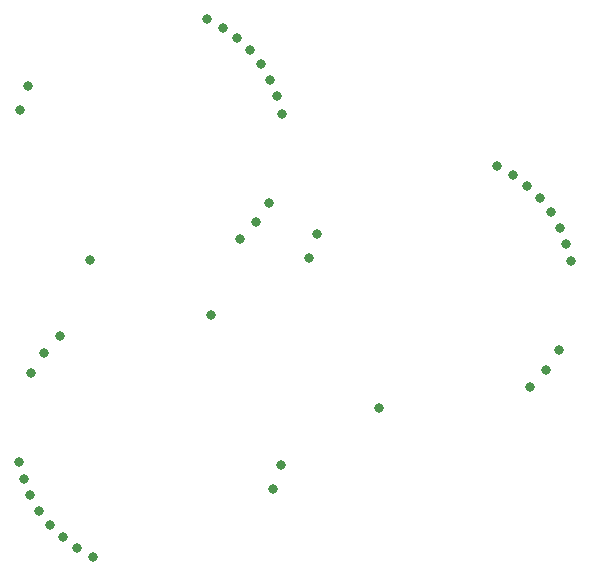
<source format=gbp>
%MOIN*%
%OFA0B0*%
%FSLAX46Y46*%
%IPPOS*%
%LPD*%
%ADD10C,0.031496062992125991*%
%ADD21C,0.031496062992125991*%
%ADD22C,0.031496062992125991*%
G01*
D10*
X0000492125Y0001476377D02*
X0000056217Y0001574584D03*
X0000289917Y0001076384D03*
X0000792417Y0001144884D03*
X0000083117Y0001656284D03*
X0000846017Y0001201384D03*
X0000892217Y0001675684D03*
X0000862217Y0001728084D03*
X0000825217Y0001774784D03*
X0000782617Y0001816184D03*
X0000888917Y0001267584D03*
X0000735117Y0001851184D03*
X0000682517Y0001880884D03*
X0000930517Y0001564184D03*
X0000914617Y0001621484D03*
G04 next file*
G04 #@! TF.GenerationSoftware,KiCad,Pcbnew,5.0.2-bee76a0~70~ubuntu18.04.1*
G04 #@! TF.CreationDate,2019-07-22T04:32:19+02:00*
G04 #@! TF.ProjectId,mainboard,6d61696e-626f-4617-9264-2e6b69636164,rev?*
G04 #@! TF.SameCoordinates,Original*
G04 #@! TF.FileFunction,Paste,Bot*
G04 #@! TF.FilePolarity,Positive*
G04 Gerber Fmt 4.6, Leading zero omitted, Abs format (unit mm)*
G04 Created by KiCad (PCBNEW 5.0.2-bee76a0~70~ubuntu18.04.1) date Mo 22 Jul 2019 04:32:19 CEST*
G01*
G04 APERTURE LIST*
G04 APERTURE END LIST*
D21*
G04 #@! TO.C,J13*
X0000492125Y0000492125D02*
X0000928034Y0000393919D03*
G04 #@! TD*
G04 #@! TO.C,J15*
X0000694334Y0000892119D03*
G04 #@! TD*
G04 #@! TO.C,J16*
X0000191834Y0000823619D03*
G04 #@! TD*
G04 #@! TO.C,J14*
X0000901134Y0000312219D03*
G04 #@! TD*
G04 #@! TO.C,J6*
X0000138234Y0000767119D03*
G04 #@! TD*
G04 #@! TO.C,J3*
X0000092034Y0000292819D03*
G04 #@! TD*
G04 #@! TO.C,J4*
X0000122034Y0000240419D03*
G04 #@! TD*
G04 #@! TO.C,J5*
X0000159034Y0000193719D03*
G04 #@! TD*
G04 #@! TO.C,J7*
X0000201634Y0000152319D03*
G04 #@! TD*
G04 #@! TO.C,J8*
X0000095334Y0000700919D03*
G04 #@! TD*
G04 #@! TO.C,J9*
X0000249134Y0000117319D03*
G04 #@! TD*
G04 #@! TO.C,J10*
X0000301734Y0000087619D03*
G04 #@! TD*
G04 #@! TO.C,J1*
X0000053734Y0000404319D03*
G04 #@! TD*
G04 #@! TO.C,J2*
X0000069634Y0000347019D03*
G04 #@! TD*
G04 next file*
G04 #@! TF.GenerationSoftware,KiCad,Pcbnew,5.0.2-bee76a0~70~ubuntu18.04.1*
G04 #@! TF.CreationDate,2019-07-22T04:32:19+02:00*
G04 #@! TF.ProjectId,mainboard,6d61696e-626f-4617-9264-2e6b69636164,rev?*
G04 #@! TF.SameCoordinates,Original*
G04 #@! TF.FileFunction,Paste,Bot*
G04 #@! TF.FilePolarity,Positive*
G04 Gerber Fmt 4.6, Leading zero omitted, Abs format (unit mm)*
G04 Created by KiCad (PCBNEW 5.0.2-bee76a0~70~ubuntu18.04.1) date Mo 22 Jul 2019 04:32:19 CEST*
G01*
G04 APERTURE LIST*
G04 APERTURE END LIST*
D22*
G04 #@! TO.C,J13*
X0001456692Y0000984251D02*
X0001020784Y0001082458D03*
G04 #@! TD*
G04 #@! TO.C,J15*
X0001254484Y0000584258D03*
G04 #@! TD*
G04 #@! TO.C,J16*
X0001756984Y0000652758D03*
G04 #@! TD*
G04 #@! TO.C,J14*
X0001047684Y0001164158D03*
G04 #@! TD*
G04 #@! TO.C,J6*
X0001810584Y0000709258D03*
G04 #@! TD*
G04 #@! TO.C,J3*
X0001856784Y0001183558D03*
G04 #@! TD*
G04 #@! TO.C,J4*
X0001826784Y0001235958D03*
G04 #@! TD*
G04 #@! TO.C,J5*
X0001789784Y0001282658D03*
G04 #@! TD*
G04 #@! TO.C,J7*
X0001747184Y0001324058D03*
G04 #@! TD*
G04 #@! TO.C,J8*
X0001853484Y0000775458D03*
G04 #@! TD*
G04 #@! TO.C,J9*
X0001699684Y0001359058D03*
G04 #@! TD*
G04 #@! TO.C,J10*
X0001647084Y0001388758D03*
G04 #@! TD*
G04 #@! TO.C,J1*
X0001895084Y0001072058D03*
G04 #@! TD*
G04 #@! TO.C,J2*
X0001879184Y0001129358D03*
G04 #@! TD*
M02*
</source>
